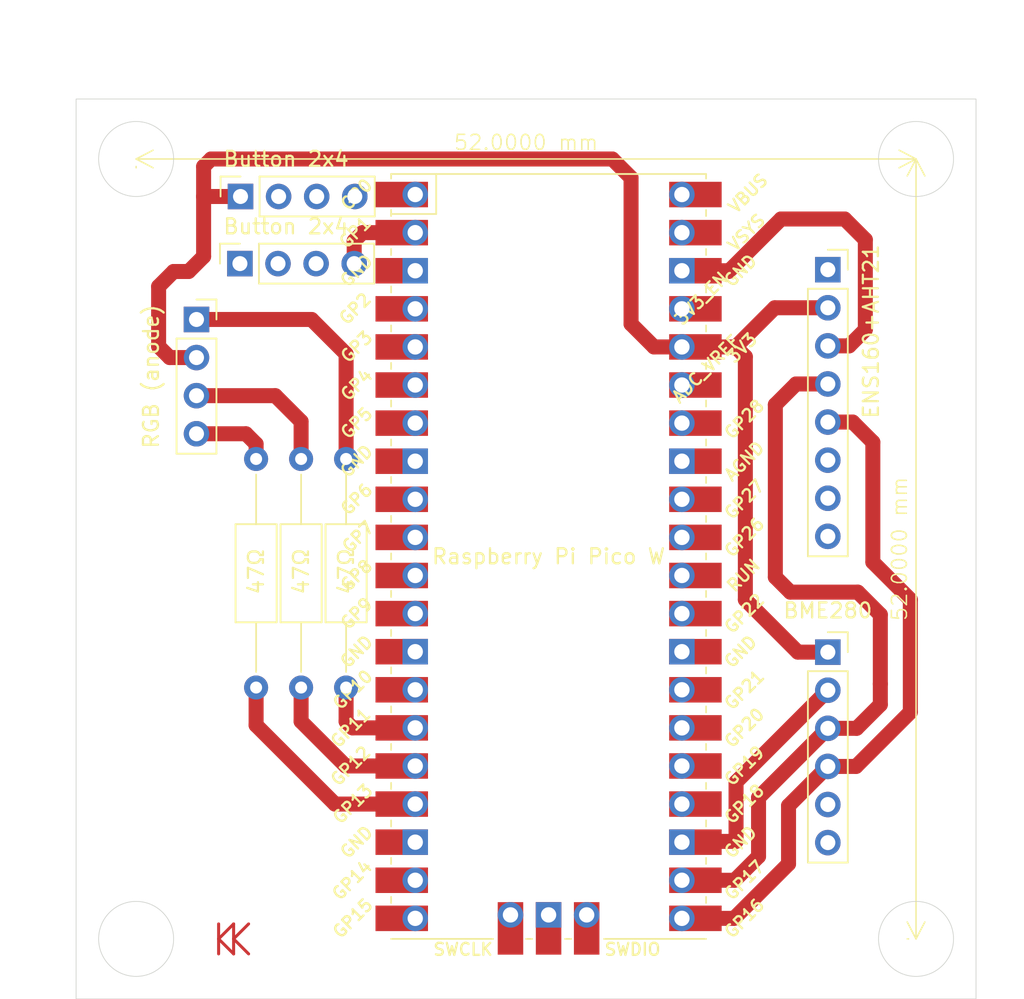
<source format=kicad_pcb>
(kicad_pcb (version 20240108) (generator "pcbnew") (generator_version "8.0")
  (layers (0 "F.Cu" signal) (31 "B.Cu" signal) (34 "B.Paste" user) (35 "F.Paste" user) (36 "B.SilkS" user "B.Silkscreen") (37 "F.SilkS" user "F.Silkscreen") (38 "B.Mask" user) (39 "F.Mask" user) (44 "Edge.Cuts" user))
  (net 0 "")
  (footprint "Connector_PinSocket_2.54mm:PinSocket_1x04_P2.54mm_Vertical" (layer "F.Cu") (at 121.92 82.475 90)
    (property "Reference" "Button 2x4" (at 2.475 3.08 0) (layer "F.SilkS"))
    (property "Value" "PinSocket_1x04_P2.54mm_Vertical")
    (fp_line (start 1.33 -1.33) (end 1.33 0) (stroke (width 0.12)) (layer "F.SilkS"))
    (fp_line (start 0 -1.33) (end 1.33 -1.33) (stroke (width 0.12)) (layer "F.SilkS"))
    (fp_line (start 1.33 1.27) (end 1.33 8.95) (stroke (width 0.12)) (layer "F.SilkS"))
    (fp_line (start -1.33 1.27) (end 1.33 1.27) (stroke (width 0.12)) (layer "F.SilkS"))
    (fp_line (start -1.33 1.27) (end -1.33 8.95) (stroke (width 0.12)) (layer "F.SilkS"))
    (fp_line (start -1.33 8.95) (end 1.33 8.95) (stroke (width 0.12)) (layer "F.SilkS"))
    (pad "1" thru_hole rect (at 0 0 90) (size 1.7 1.7) (drill 1) (layers "*.Cu" "*.Mask"))
    (pad "2" thru_hole oval (at 0 2.54 90) (size 1.7 1.7) (drill 1) (layers "*.Cu" "*.Mask"))
    (pad "3" thru_hole oval (at 0 5.08 90) (size 1.7 1.7) (drill 1) (layers "*.Cu" "*.Mask"))
    (pad "4" thru_hole oval (at 0 7.62 90) (size 1.7 1.7) (drill 1) (layers "*.Cu" "*.Mask"))
  )
  (footprint "Resistor_THT:R_Axial_DIN0207_L6.3mm_D2.5mm_P15.24mm_Horizontal" (layer "F.Cu") (at 129 95.5 -90)
    (property "Reference" "47Ω" (at 7.5 0 90) (layer "F.SilkS"))
    (property "Value" "R_Axial_DIN0207_L6.3mm_D2.5mm_P15.24mm_Horizontal")
    (fp_line (start 4.35 1.37) (end 10.89 1.37) (stroke (width 0.12)) (layer "F.SilkS"))
    (fp_line (start 10.89 1.37) (end 10.89 -1.37) (stroke (width 0.12)) (layer "F.SilkS"))
    (fp_line (start 1.04 0) (end 4.35 0) (stroke (width 0.12)) (layer "F.SilkS"))
    (fp_line (start 14.2 0) (end 10.89 0) (stroke (width 0.12)) (layer "F.SilkS"))
    (fp_line (start 4.35 -1.37) (end 4.35 1.37) (stroke (width 0.12)) (layer "F.SilkS"))
    (fp_line (start 10.89 -1.37) (end 4.35 -1.37) (stroke (width 0.12)) (layer "F.SilkS"))
    (pad "1" thru_hole circle (at 0 0 270) (size 1.6 1.6) (drill 0.8) (layers "*.Cu" "*.Mask"))
    (pad "2" thru_hole oval (at 15.24 0 270) (size 1.6 1.6) (drill 0.8) (layers "*.Cu" "*.Mask"))
  )
  (footprint "MCU_RaspberryPi_and_Boards:RPi_Pico_SMD_TH" (layer "F.Cu") (at 142.5 102)
    (property "Reference" "Raspberry Pi Pico W" (at 0 0 0) (layer "F.SilkS"))
    (property "Value" "RPi_Pico_SMD_TH")
    (fp_line (start -10.5 -25.5) (end -10.5 -25.2) (stroke (width 0.12)) (layer "F.SilkS"))
    (fp_line (start -10.5 -25.5) (end 10.5 -25.5) (stroke (width 0.12)) (layer "F.SilkS"))
    (fp_line (start -10.5 -23.1) (end -10.5 -22.7) (stroke (width 0.12)) (layer "F.SilkS"))
    (fp_line (start -10.5 -22.833) (end -7.493 -22.833) (stroke (width 0.12)) (layer "F.SilkS"))
    (fp_line (start -10.5 -20.5) (end -10.5 -20.1) (stroke (width 0.12)) (layer "F.SilkS"))
    (fp_line (start -10.5 -18) (end -10.5 -17.6) (stroke (width 0.12)) (layer "F.SilkS"))
    (fp_line (start -10.5 -15.4) (end -10.5 -15) (stroke (width 0.12)) (layer "F.SilkS"))
    (fp_line (start -10.5 -12.9) (end -10.5 -12.5) (stroke (width 0.12)) (layer "F.SilkS"))
    (fp_line (start -10.5 -10.4) (end -10.5 -10) (stroke (width 0.12)) (layer "F.SilkS"))
    (fp_line (start -10.5 -7.8) (end -10.5 -7.4) (stroke (width 0.12)) (layer "F.SilkS"))
    (fp_line (start -10.5 -5.3) (end -10.5 -4.9) (stroke (width 0.12)) (layer "F.SilkS"))
    (fp_line (start -10.5 -2.7) (end -10.5 -2.3) (stroke (width 0.12)) (layer "F.SilkS"))
    (fp_line (start -10.5 -0.2) (end -10.5 0.2) (stroke (width 0.12)) (layer "F.SilkS"))
    (fp_line (start -10.5 2.3) (end -10.5 2.7) (stroke (width 0.12)) (layer "F.SilkS"))
    (fp_line (start -10.5 4.9) (end -10.5 5.3) (stroke (width 0.12)) (layer "F.SilkS"))
    (fp_line (start -10.5 7.4) (end -10.5 7.8) (stroke (width 0.12)) (layer "F.SilkS"))
    (fp_line (start -10.5 10) (end -10.5 10.4) (stroke (width 0.12)) (layer "F.SilkS"))
    (fp_line (start -10.5 12.5) (end -10.5 12.9) (stroke (width 0.12)) (layer "F.SilkS"))
    (fp_line (start -10.5 15.1) (end -10.5 15.5) (stroke (width 0.12)) (layer "F.SilkS"))
    (fp_line (start -10.5 17.6) (end -10.5 18) (stroke (width 0.12)) (layer "F.SilkS"))
    (fp_line (start -10.5 20.1) (end -10.5 20.5) (stroke (width 0.12)) (layer "F.SilkS"))
    (fp_line (start -10.5 22.7) (end -10.5 23.1) (stroke (width 0.12)) (layer "F.SilkS"))
    (fp_line (start -7.493 -22.833) (end -7.493 -25.5) (stroke (width 0.12)) (layer "F.SilkS"))
    (fp_line (start -3.7 25.5) (end -10.5 25.5) (stroke (width 0.12)) (layer "F.SilkS"))
    (fp_line (start -1.5 25.5) (end -1.1 25.5) (stroke (width 0.12)) (layer "F.SilkS"))
    (fp_line (start 1.1 25.5) (end 1.5 25.5) (stroke (width 0.12)) (layer "F.SilkS"))
    (fp_line (start 10.5 -25.5) (end 10.5 -25.2) (stroke (width 0.12)) (layer "F.SilkS"))
    (fp_line (start 10.5 -23.1) (end 10.5 -22.7) (stroke (width 0.12)) (layer "F.SilkS"))
    (fp_line (start 10.5 -20.5) (end 10.5 -20.1) (stroke (width 0.12)) (layer "F.SilkS"))
    (fp_line (start 10.5 -18) (end 10.5 -17.6) (stroke (width 0.12)) (layer "F.SilkS"))
    (fp_line (start 10.5 -15.4) (end 10.5 -15) (stroke (width 0.12)) (layer "F.SilkS"))
    (fp_line (start 10.5 -12.9) (end 10.5 -12.5) (stroke (width 0.12)) (layer "F.SilkS"))
    (fp_line (start 10.5 -10.4) (end 10.5 -10) (stroke (width 0.12)) (layer "F.SilkS"))
    (fp_line (start 10.5 -7.8) (end 10.5 -7.4) (stroke (width 0.12)) (layer "F.SilkS"))
    (fp_line (start 10.5 -5.3) (end 10.5 -4.9) (stroke (width 0.12)) (layer "F.SilkS"))
    (fp_line (start 10.5 -2.7) (end 10.5 -2.3) (stroke (width 0.12)) (layer "F.SilkS"))
    (fp_line (start 10.5 -0.2) (end 10.5 0.2) (stroke (width 0.12)) (layer "F.SilkS"))
    (fp_line (start 10.5 2.3) (end 10.5 2.7) (stroke (width 0.12)) (layer "F.SilkS"))
    (fp_line (start 10.5 4.9) (end 10.5 5.3) (stroke (width 0.12)) (layer "F.SilkS"))
    (fp_line (start 10.5 7.4) (end 10.5 7.8) (stroke (width 0.12)) (layer "F.SilkS"))
    (fp_line (start 10.5 10) (end 10.5 10.4) (stroke (width 0.12)) (layer "F.SilkS"))
    (fp_line (start 10.5 12.5) (end 10.5 12.9) (stroke (width 0.12)) (layer "F.SilkS"))
    (fp_line (start 10.5 15.1) (end 10.5 15.5) (stroke (width 0.12)) (layer "F.SilkS"))
    (fp_line (start 10.5 17.6) (end 10.5 18) (stroke (width 0.12)) (layer "F.SilkS"))
    (fp_line (start 10.5 20.1) (end 10.5 20.5) (stroke (width 0.12)) (layer "F.SilkS"))
    (fp_line (start 10.5 22.7) (end 10.5 23.1) (stroke (width 0.12)) (layer "F.SilkS"))
    (fp_line (start 10.5 25.5) (end 3.7 25.5) (stroke (width 0.12)) (layer "F.SilkS"))
    (fp_text user "RUN" (at 13 1.27 45) (layer "F.SilkS") (effects (font (size 0.8 0.8))))
    (fp_text user "GND" (at -12.8 6.35 45) (layer "F.SilkS") (effects (font (size 0.8 0.8))))
    (fp_text user "GP2" (at -12.9 -16.51 45) (layer "F.SilkS") (effects (font (size 0.8 0.8))))
    (fp_text user "GP11" (at -13.2 11.43 45) (layer "F.SilkS") (effects (font (size 0.8 0.8))))
    (fp_text user "GP26" (at 13.054 -1.27 45) (layer "F.SilkS") (effects (font (size 0.8 0.8))))
    (fp_text user "GP21" (at 13.054 8.9 45) (layer "F.SilkS") (effects (font (size 0.8 0.8))))
    (fp_text user "GP22" (at 13.054 3.81 45) (layer "F.SilkS") (effects (font (size 0.8 0.8))))
    (fp_text user "VBUS" (at 13.3 -24.2 45) (layer "F.SilkS") (effects (font (size 0.8 0.8))))
    (fp_text user "GND" (at 12.8 -19.05 45) (layer "F.SilkS") (effects (font (size 0.8 0.8))))
    (fp_text user "VSYS" (at 13.2 -21.59 45) (layer "F.SilkS") (effects (font (size 0.8 0.8))))
    (fp_text user "GND" (at -12.8 -19.05 45) (layer "F.SilkS") (effects (font (size 0.8 0.8))))
    (fp_text user "GP10" (at -13.054 8.89 45) (layer "F.SilkS") (effects (font (size 0.8 0.8))))
    (fp_text user "GP6" (at -12.8 -3.81 45) (layer "F.SilkS") (effects (font (size 0.8 0.8))))
    (fp_text user "3V3" (at 12.9 -13.9 45) (layer "F.SilkS") (effects (font (size 0.8 0.8))))
    (fp_text user "GP0" (at -12.8 -24.13 45) (layer "F.SilkS") (effects (font (size 0.8 0.8))))
    (fp_text user "GND" (at -12.8 19.05 45) (layer "F.SilkS") (effects (font (size 0.8 0.8))))
    (fp_text user "GND" (at -12.8 -6.35 45) (layer "F.SilkS") (effects (font (size 0.8 0.8))))
    (fp_text user "3V3_EN" (at 10.2 -17.2 45) (layer "F.SilkS") (effects (font (size 0.8 0.8))))
    (fp_text user "GP28" (at 13.054 -9.144 45) (layer "F.SilkS") (effects (font (size 0.8 0.8))))
    (fp_text user "GP5" (at -12.8 -8.89 45) (layer "F.SilkS") (effects (font (size 0.8 0.8))))
    (fp_text user "GP14" (at -13.1 21.59 45) (layer "F.SilkS") (effects (font (size 0.8 0.8))))
    (fp_text user "GP3" (at -12.8 -13.97 45) (layer "F.SilkS") (effects (font (size 0.8 0.8))))
    (fp_text user "AGND" (at 13.054 -6.35 45) (layer "F.SilkS") (effects (font (size 0.8 0.8))))
    (fp_text user "GP13" (at -13.054 16.51 45) (layer "F.SilkS") (effects (font (size 0.8 0.8))))
    (fp_text user "GP8" (at -12.8 1.27 45) (layer "F.SilkS") (effects (font (size 0.8 0.8))))
    (fp_text user "GP1" (at -12.9 -21.6 45) (layer "F.SilkS") (effects (font (size 0.8 0.8))))
    (fp_text user "GP20" (at 13.054 11.43 45) (layer "F.SilkS") (effects (font (size 0.8 0.8))))
    (fp_text user "GP4" (at -12.8 -11.43 45) (layer "F.SilkS") (effects (font (size 0.8 0.8))))
    (fp_text user "SWCLK" (at -5.7 26.2 0) (layer "F.SilkS") (effects (font (size 0.8 0.8))))
    (fp_text user "GP9" (at -12.8 3.81 45) (layer "F.SilkS") (effects (font (size 0.8 0.8))))
    (fp_text user "GP15" (at -13.054 24.13 45) (layer "F.SilkS") (effects (font (size 0.8 0.8))))
    (fp_text user "GND" (at 12.8 6.35 45) (layer "F.SilkS") (effects (font (size 0.8 0.8))))
    (fp_text user "GP7" (at -12.7 -1.3 45) (layer "F.SilkS") (effects (font (size 0.8 0.8))))
    (fp_text user "SWDIO" (at 5.6 26.2 0) (layer "F.SilkS") (effects (font (size 0.8 0.8))))
    (fp_text user "GP27" (at 13.054 -3.8 45) (layer "F.SilkS") (effects (font (size 0.8 0.8))))
    (fp_text user "ADC_VREF" (at 10.5 -12.5 45) (layer "F.SilkS") (effects (font (size 0.8 0.8))))
    (fp_text user "GP12" (at -13.2 13.97 45) (layer "F.SilkS") (effects (font (size 0.8 0.8))))
    (pad "" np_thru_hole oval (at -2.725 -24) (size 1.8 1.8) (drill 1.8) (layers "*.Cu" "*.Mask"))
    (pad "" np_thru_hole oval (at -2.425 -20.97) (size 1.5 1.5) (drill 1.5) (layers "*.Cu" "*.Mask"))
    (pad "" np_thru_hole oval (at 2.425 -20.97) (size 1.5 1.5) (drill 1.5) (layers "*.Cu" "*.Mask"))
    (pad "" np_thru_hole oval (at 2.725 -24) (size 1.8 1.8) (drill 1.8) (layers "*.Cu" "*.Mask"))
    (pad "1" thru_hole oval (at -8.89 -24.13) (size 1.7 1.7) (drill 1.02) (layers "*.Cu" "*.Mask"))
    (pad "1" smd rect (at -8.89 -24.13) (size 3.5 1.7) (drill (offset -0.9 0)) (layers "F.Cu" "F.Mask"))
    (pad "2" thru_hole oval (at -8.89 -21.59) (size 1.7 1.7) (drill 1.02) (layers "*.Cu" "*.Mask"))
    (pad "2" smd rect (at -8.89 -21.59) (size 3.5 1.7) (drill (offset -0.9 0)) (layers "F.Cu" "F.Mask"))
    (pad "3" thru_hole rect (at -8.89 -19.05) (size 1.7 1.7) (drill 1.02) (layers "*.Cu" "*.Mask"))
    (pad "3" smd rect (at -8.89 -19.05) (size 3.5 1.7) (drill (offset -0.9 0)) (layers "F.Cu" "F.Mask"))
    (pad "4" thru_hole oval (at -8.89 -16.51) (size 1.7 1.7) (drill 1.02) (layers "*.Cu" "*.Mask"))
    (pad "4" smd rect (at -8.89 -16.51) (size 3.5 1.7) (drill (offset -0.9 0)) (layers "F.Cu" "F.Mask"))
    (pad "5" thru_hole oval (at -8.89 -13.97) (size 1.7 1.7) (drill 1.02) (layers "*.Cu" "*.Mask"))
    (pad "5" smd rect (at -8.89 -13.97) (size 3.5 1.7) (drill (offset -0.9 0)) (layers "F.Cu" "F.Mask"))
    (pad "6" thru_hole oval (at -8.89 -11.43) (size 1.7 1.7) (drill 1.02) (layers "*.Cu" "*.Mask"))
    (pad "6" smd rect (at -8.89 -11.43) (size 3.5 1.7) (drill (offset -0.9 0)) (layers "F.Cu" "F.Mask"))
    (pad "7" thru_hole oval (at -8.89 -8.89) (size 1.7 1.7) (drill 1.02) (layers "*.Cu" "*.Mask"))
    (pad "7" smd rect (at -8.89 -8.89) (size 3.5 1.7) (drill (offset -0.9 0)) (layers "F.Cu" "F.Mask"))
    (pad "8" thru_hole rect (at -8.89 -6.35) (size 1.7 1.7) (drill 1.02) (layers "*.Cu" "*.Mask"))
    (pad "8" smd rect (at -8.89 -6.35) (size 3.5 1.7) (drill (offset -0.9 0)) (layers "F.Cu" "F.Mask"))
    (pad "9" thru_hole oval (at -8.89 -3.81) (size 1.7 1.7) (drill 1.02) (layers "*.Cu" "*.Mask"))
    (pad "9" smd rect (at -8.89 -3.81) (size 3.5 1.7) (drill (offset -0.9 0)) (layers "F.Cu" "F.Mask"))
    (pad "10" thru_hole oval (at -8.89 -1.27) (size 1.7 1.7) (drill 1.02) (layers "*.Cu" "*.Mask"))
    (pad "10" smd rect (at -8.89 -1.27) (size 3.5 1.7) (drill (offset -0.9 0)) (layers "F.Cu" "F.Mask"))
    (pad "11" thru_hole oval (at -8.89 1.27) (size 1.7 1.7) (drill 1.02) (layers "*.Cu" "*.Mask"))
    (pad "11" smd rect (at -8.89 1.27) (size 3.5 1.7) (drill (offset -0.9 0)) (layers "F.Cu" "F.Mask"))
    (pad "12" thru_hole oval (at -8.89 3.81) (size 1.7 1.7) (drill 1.02) (layers "*.Cu" "*.Mask"))
    (pad "12" smd rect (at -8.89 3.81) (size 3.5 1.7) (drill (offset -0.9 0)) (layers "F.Cu" "F.Mask"))
    (pad "13" thru_hole rect (at -8.89 6.35) (size 1.7 1.7) (drill 1.02) (layers "*.Cu" "*.Mask"))
    (pad "13" smd rect (at -8.89 6.35) (size 3.5 1.7) (drill (offset -0.9 0)) (layers "F.Cu" "F.Mask"))
    (pad "14" thru_hole oval (at -8.89 8.89) (size 1.7 1.7) (drill 1.02) (layers "*.Cu" "*.Mask"))
    (pad "14" smd rect (at -8.89 8.89) (size 3.5 1.7) (drill (offset -0.9 0)) (layers "F.Cu" "F.Mask"))
    (pad "15" thru_hole oval (at -8.89 11.43) (size 1.7 1.7) (drill 1.02) (layers "*.Cu" "*.Mask"))
    (pad "15" smd rect (at -8.89 11.43) (size 3.5 1.7) (drill (offset -0.9 0)) (layers "F.Cu" "F.Mask"))
    (pad "16" thru_hole oval (at -8.89 13.97) (size 1.7 1.7) (drill 1.02) (layers "*.Cu" "*.Mask"))
    (pad "16" smd rect (at -8.89 13.97) (size 3.5 1.7) (drill (offset -0.9 0)) (layers "F.Cu" "F.Mask"))
    (pad "17" thru_hole oval (at -8.89 16.51) (size 1.7 1.7) (drill 1.02) (layers "*.Cu" "*.Mask"))
    (pad "17" smd rect (at -8.89 16.51) (size 3.5 1.7) (drill (offset -0.9 0)) (layers "F.Cu" "F.Mask"))
    (pad "18" thru_hole rect (at -8.89 19.05) (size 1.7 1.7) (drill 1.02) (layers "*.Cu" "*.Mask"))
    (pad "18" smd rect (at -8.89 19.05) (size 3.5 1.7) (drill (offset -0.9 0)) (layers "F.Cu" "F.Mask"))
    (pad "19" thru_hole oval (at -8.89 21.59) (size 1.7 1.7) (drill 1.02) (layers "*.Cu" "*.Mask"))
    (pad "19" smd rect (at -8.89 21.59) (size 3.5 1.7) (drill (offset -0.9 0)) (layers "F.Cu" "F.Mask"))
    (pad "20" thru_hole oval (at -8.89 24.13) (size 1.7 1.7) (drill 1.02) (layers "*.Cu" "*.Mask"))
    (pad "20" smd rect (at -8.89 24.13) (size 3.5 1.7) (drill (offset -0.9 0)) (layers "F.Cu" "F.Mask"))
    (pad "21" thru_hole oval (at 8.89 24.13) (size 1.7 1.7) (drill 1.02) (layers "*.Cu" "*.Mask"))
    (pad "21" smd rect (at 8.89 24.13) (size 3.5 1.7) (drill (offset 0.9 0)) (layers "F.Cu" "F.Mask"))
    (pad "22" thru_hole oval (at 8.89 21.59) (size 1.7 1.7) (drill 1.02) (layers "*.Cu" "*.Mask"))
    (pad "22" smd rect (at 8.89 21.59) (size 3.5 1.7) (drill (offset 0.9 0)) (layers "F.Cu" "F.Mask"))
    (pad "23" thru_hole rect (at 8.89 19.05) (size 1.7 1.7) (drill 1.02) (layers "*.Cu" "*.Mask"))
    (pad "23" smd rect (at 8.89 19.05) (size 3.5 1.7) (drill (offset 0.9 0)) (layers "F.Cu" "F.Mask"))
    (pad "24" thru_hole oval (at 8.89 16.51) (size 1.7 1.7) (drill 1.02) (layers "*.Cu" "*.Mask"))
    (pad "24" smd rect (at 8.89 16.51) (size 3.5 1.7) (drill (offset 0.9 0)) (layers "F.Cu" "F.Mask"))
    (pad "25" thru_hole oval (at 8.89 13.97) (size 1.7 1.7) (drill 1.02) (layers "*.Cu" "*.Mask"))
    (pad "25" smd rect (at 8.89 13.97) (size 3.5 1.7) (drill (offset 0.9 0)) (layers "F.Cu" "F.Mask"))
    (pad "26" thru_hole oval (at 8.89 11.43) (size 1.7 1.7) (drill 1.02) (layers "*.Cu" "*.Mask"))
    (pad "26" smd rect (at 8.89 11.43) (size 3.5 1.7) (drill (offset 0.9 0)) (layers "F.Cu" "F.Mask"))
    (pad "27" thru_hole oval (at 8.89 8.89) (size 1.7 1.7) (drill 1.02) (layers "*.Cu" "*.Mask"))
    (pad "27" smd rect (at 8.89 8.89) (size 3.5 1.7) (drill (offset 0.9 0)) (layers "F.Cu" "F.Mask"))
    (pad "28" thru_hole rect (at 8.89 6.35) (size 1.7 1.7) (drill 1.02) (layers "*.Cu" "*.Mask"))
    (pad "28" smd rect (at 8.89 6.35) (size 3.5 1.7) (drill (offset 0.9 0)) (layers "F.Cu" "F.Mask"))
    (pad "29" thru_hole oval (at 8.89 3.81) (size 1.7 1.7) (drill 1.02) (layers "*.Cu" "*.Mask"))
    (pad "29" smd rect (at 8.89 3.81) (size 3.5 1.7) (drill (offset 0.9 0)) (layers "F.Cu" "F.Mask"))
    (pad "30" thru_hole oval (at 8.89 1.27) (size 1.7 1.7) (drill 1.02) (layers "*.Cu" "*.Mask"))
    (pad "30" smd rect (at 8.89 1.27) (size 3.5 1.7) (drill (offset 0.9 0)) (layers "F.Cu" "F.Mask"))
    (pad "31" thru_hole oval (at 8.89 -1.27) (size 1.7 1.7) (drill 1.02) (layers "*.Cu" "*.Mask"))
    (pad "31" smd rect (at 8.89 -1.27) (size 3.5 1.7) (drill (offset 0.9 0)) (layers "F.Cu" "F.Mask"))
    (pad "32" thru_hole oval (at 8.89 -3.81) (size 1.7 1.7) (drill 1.02) (layers "*.Cu" "*.Mask"))
    (pad "32" smd rect (at 8.89 -3.81) (size 3.5 1.7) (drill (offset 0.9 0)) (layers "F.Cu" "F.Mask"))
    (pad "33" thru_hole rect (at 8.89 -6.35) (size 1.7 1.7) (drill 1.02) (layers "*.Cu" "*.Mask"))
    (pad "33" smd rect (at 8.89 -6.35) (size 3.5 1.7) (drill (offset 0.9 0)) (layers "F.Cu" "F.Mask"))
    (pad "34" thru_hole oval (at 8.89 -8.89) (size 1.7 1.7) (drill 1.02) (layers "*.Cu" "*.Mask"))
    (pad "34" smd rect (at 8.89 -8.89) (size 3.5 1.7) (drill (offset 0.9 0)) (layers "F.Cu" "F.Mask"))
    (pad "35" thru_hole oval (at 8.89 -11.43) (size 1.7 1.7) (drill 1.02) (layers "*.Cu" "*.Mask"))
    (pad "35" smd rect (at 8.89 -11.43) (size 3.5 1.7) (drill (offset 0.9 0)) (layers "F.Cu" "F.Mask"))
    (pad "36" thru_hole oval (at 8.89 -13.97) (size 1.7 1.7) (drill 1.02) (layers "*.Cu" "*.Mask"))
    (pad "36" smd rect (at 8.89 -13.97) (size 3.5 1.7) (drill (offset 0.9 0)) (layers "F.Cu" "F.Mask"))
    (pad "37" thru_hole oval (at 8.89 -16.51) (size 1.7 1.7) (drill 1.02) (layers "*.Cu" "*.Mask"))
    (pad "37" smd rect (at 8.89 -16.51) (size 3.5 1.7) (drill (offset 0.9 0)) (layers "F.Cu" "F.Mask"))
    (pad "38" thru_hole rect (at 8.89 -19.05) (size 1.7 1.7) (drill 1.02) (layers "*.Cu" "*.Mask"))
    (pad "38" smd rect (at 8.89 -19.05) (size 3.5 1.7) (drill (offset 0.9 0)) (layers "F.Cu" "F.Mask"))
    (pad "39" thru_hole oval (at 8.89 -21.59) (size 1.7 1.7) (drill 1.02) (layers "*.Cu" "*.Mask"))
    (pad "39" smd rect (at 8.89 -21.59) (size 3.5 1.7) (drill (offset 0.9 0)) (layers "F.Cu" "F.Mask"))
    (pad "40" thru_hole oval (at 8.89 -24.13) (size 1.7 1.7) (drill 1.02) (layers "*.Cu" "*.Mask"))
    (pad "40" smd rect (at 8.89 -24.13) (size 3.5 1.7) (drill (offset 0.9 0)) (layers "F.Cu" "F.Mask"))
    (pad "41" thru_hole oval (at -2.54 23.9) (size 1.7 1.7) (drill 1.02) (layers "*.Cu" "*.Mask"))
    (pad "41" smd rect (at -2.54 23.9 90) (size 3.5 1.7) (drill (offset -0.9 0)) (layers "F.Cu" "F.Mask"))
    (pad "42" thru_hole rect (at 0 23.9) (size 1.7 1.7) (drill 1.02) (layers "*.Cu" "*.Mask"))
    (pad "42" smd rect (at 0 23.9 90) (size 3.5 1.7) (drill (offset -0.9 0)) (layers "F.Cu" "F.Mask"))
    (pad "43" thru_hole oval (at 2.54 23.9) (size 1.7 1.7) (drill 1.02) (layers "*.Cu" "*.Mask"))
    (pad "43" smd rect (at 2.54 23.9 90) (size 3.5 1.7) (drill (offset -0.9 0)) (layers "F.Cu" "F.Mask"))
  )
  (footprint "Connector_PinSocket_2.54mm:PinSocket_1x04_P2.54mm_Vertical" (layer "F.Cu") (at 119.025 86.2)
    (property "Reference" "RGB (anode)" (at -3.025 3.8 -90) (layer "F.SilkS"))
    (property "Value" "PinSocket_1x04_P2.54mm_Vertical")
    (fp_line (start -1.33 1.27) (end -1.33 8.95) (stroke (width 0.12)) (layer "F.SilkS"))
    (fp_line (start -1.33 1.27) (end 1.33 1.27) (stroke (width 0.12)) (layer "F.SilkS"))
    (fp_line (start -1.33 8.95) (end 1.33 8.95) (stroke (width 0.12)) (layer "F.SilkS"))
    (fp_line (start 0 -1.33) (end 1.33 -1.33) (stroke (width 0.12)) (layer "F.SilkS"))
    (fp_line (start 1.33 -1.33) (end 1.33 0) (stroke (width 0.12)) (layer "F.SilkS"))
    (fp_line (start 1.33 1.27) (end 1.33 8.95) (stroke (width 0.12)) (layer "F.SilkS"))
    (pad "1" thru_hole rect (at 0 0) (size 1.7 1.7) (drill 1) (layers "*.Cu" "*.Mask"))
    (pad "2" thru_hole oval (at 0 2.54) (size 1.7 1.7) (drill 1) (layers "*.Cu" "*.Mask"))
    (pad "3" thru_hole oval (at 0 5.08) (size 1.7 1.7) (drill 1) (layers "*.Cu" "*.Mask"))
    (pad "4" thru_hole oval (at 0 7.62) (size 1.7 1.7) (drill 1) (layers "*.Cu" "*.Mask"))
  )
  (footprint "Resistor_THT:R_Axial_DIN0207_L6.3mm_D2.5mm_P15.24mm_Horizontal" (layer "F.Cu") (at 126 95.5 -90)
    (property "Reference" "47Ω" (at 7.5 0 90) (layer "F.SilkS"))
    (property "Value" "R_Axial_DIN0207_L6.3mm_D2.5mm_P15.24mm_Horizontal")
    (fp_line (start 4.35 1.37) (end 10.89 1.37) (stroke (width 0.12)) (layer "F.SilkS"))
    (fp_line (start 10.89 1.37) (end 10.89 -1.37) (stroke (width 0.12)) (layer "F.SilkS"))
    (fp_line (start 1.04 0) (end 4.35 0) (stroke (width 0.12)) (layer "F.SilkS"))
    (fp_line (start 14.2 0) (end 10.89 0) (stroke (width 0.12)) (layer "F.SilkS"))
    (fp_line (start 4.35 -1.37) (end 4.35 1.37) (stroke (width 0.12)) (layer "F.SilkS"))
    (fp_line (start 10.89 -1.37) (end 4.35 -1.37) (stroke (width 0.12)) (layer "F.SilkS"))
    (pad "1" thru_hole circle (at 0 0 270) (size 1.6 1.6) (drill 0.8) (layers "*.Cu" "*.Mask"))
    (pad "2" thru_hole oval (at 15.24 0 270) (size 1.6 1.6) (drill 0.8) (layers "*.Cu" "*.Mask"))
  )
  (footprint "Connector_PinSocket_2.54mm:PinSocket_1x04_P2.54mm_Vertical" (layer "F.Cu") (at 121.96 78 90)
    (property "Reference" "Button 2x4" (at 2.5 3.04 180) (layer "F.SilkS"))
    (property "Value" "PinSocket_1x04_P2.54mm_Vertical")
    (fp_line (start 1.33 -1.33) (end 1.33 0) (stroke (width 0.12)) (layer "F.SilkS"))
    (fp_line (start 0 -1.33) (end 1.33 -1.33) (stroke (width 0.12)) (layer "F.SilkS"))
    (fp_line (start 1.33 1.27) (end 1.33 8.95) (stroke (width 0.12)) (layer "F.SilkS"))
    (fp_line (start -1.33 1.27) (end 1.33 1.27) (stroke (width 0.12)) (layer "F.SilkS"))
    (fp_line (start -1.33 1.27) (end -1.33 8.95) (stroke (width 0.12)) (layer "F.SilkS"))
    (fp_line (start -1.33 8.95) (end 1.33 8.95) (stroke (width 0.12)) (layer "F.SilkS"))
    (pad "1" thru_hole rect (at 0 0 90) (size 1.7 1.7) (drill 1) (layers "*.Cu" "*.Mask"))
    (pad "2" thru_hole oval (at 0 2.54 90) (size 1.7 1.7) (drill 1) (layers "*.Cu" "*.Mask"))
    (pad "3" thru_hole oval (at 0 5.08 90) (size 1.7 1.7) (drill 1) (layers "*.Cu" "*.Mask"))
    (pad "4" thru_hole oval (at 0 7.62 90) (size 1.7 1.7) (drill 1) (layers "*.Cu" "*.Mask"))
  )
  (footprint "Connector_PinSocket_2.54mm:PinSocket_1x08_P2.54mm_Vertical" (layer "F.Cu") (at 161.12 82.88)
    (property "Reference" "ENS160+AHT21" (at 2.88 4.12 90) (layer "F.SilkS"))
    (property "Value" "PinSocket_1x08_P2.54mm_Vertical")
    (fp_line (start -1.33 1.27) (end -1.33 19.11) (stroke (width 0.12)) (layer "F.SilkS"))
    (fp_line (start -1.33 1.27) (end 1.33 1.27) (stroke (width 0.12)) (layer "F.SilkS"))
    (fp_line (start -1.33 19.11) (end 1.33 19.11) (stroke (width 0.12)) (layer "F.SilkS"))
    (fp_line (start 0 -1.33) (end 1.33 -1.33) (stroke (width 0.12)) (layer "F.SilkS"))
    (fp_line (start 1.33 -1.33) (end 1.33 0) (stroke (width 0.12)) (layer "F.SilkS"))
    (fp_line (start 1.33 1.27) (end 1.33 19.11) (stroke (width 0.12)) (layer "F.SilkS"))
    (pad "1" thru_hole rect (at 0 0) (size 1.7 1.7) (drill 1) (layers "*.Cu" "*.Mask"))
    (pad "2" thru_hole oval (at 0 2.54) (size 1.7 1.7) (drill 1) (layers "*.Cu" "*.Mask"))
    (pad "3" thru_hole oval (at 0 5.08) (size 1.7 1.7) (drill 1) (layers "*.Cu" "*.Mask"))
    (pad "4" thru_hole oval (at 0 7.62) (size 1.7 1.7) (drill 1) (layers "*.Cu" "*.Mask"))
    (pad "5" thru_hole oval (at 0 10.16) (size 1.7 1.7) (drill 1) (layers "*.Cu" "*.Mask"))
    (pad "6" thru_hole oval (at 0 12.7) (size 1.7 1.7) (drill 1) (layers "*.Cu" "*.Mask"))
    (pad "7" thru_hole oval (at 0 15.24) (size 1.7 1.7) (drill 1) (layers "*.Cu" "*.Mask"))
    (pad "8" thru_hole oval (at 0 17.78) (size 1.7 1.7) (drill 1) (layers "*.Cu" "*.Mask"))
  )
  (footprint "Connector_PinSocket_2.54mm:PinSocket_1x06_P2.54mm_Vertical" (layer "F.Cu") (at 161.12 108.38)
    (property "Reference" "BME280" (at 0 -2.77 0) (layer "F.SilkS"))
    (property "Value" "PinSocket_1x06_P2.54mm_Vertical")
    (fp_line (start -1.33 1.27) (end -1.33 14.03) (stroke (width 0.12)) (layer "F.SilkS"))
    (fp_line (start -1.33 1.27) (end 1.33 1.27) (stroke (width 0.12)) (layer "F.SilkS"))
    (fp_line (start -1.33 14.03) (end 1.33 14.03) (stroke (width 0.12)) (layer "F.SilkS"))
    (fp_line (start 0 -1.33) (end 1.33 -1.33) (stroke (width 0.12)) (layer "F.SilkS"))
    (fp_line (start 1.33 -1.33) (end 1.33 0) (stroke (width 0.12)) (layer "F.SilkS"))
    (fp_line (start 1.33 1.27) (end 1.33 14.03) (stroke (width 0.12)) (layer "F.SilkS"))
    (pad "1" thru_hole rect (at 0 0) (size 1.7 1.7) (drill 1) (layers "*.Cu" "*.Mask"))
    (pad "2" thru_hole oval (at 0 2.54) (size 1.7 1.7) (drill 1) (layers "*.Cu" "*.Mask"))
    (pad "3" thru_hole oval (at 0 5.08) (size 1.7 1.7) (drill 1) (layers "*.Cu" "*.Mask"))
    (pad "4" thru_hole oval (at 0 7.62) (size 1.7 1.7) (drill 1) (layers "*.Cu" "*.Mask"))
    (pad "5" thru_hole oval (at 0 10.16) (size 1.7 1.7) (drill 1) (layers "*.Cu" "*.Mask"))
    (pad "6" thru_hole oval (at 0 12.7) (size 1.7 1.7) (drill 1) (layers "*.Cu" "*.Mask"))
  )
  (footprint "Resistor_THT:R_Axial_DIN0207_L6.3mm_D2.5mm_P15.24mm_Horizontal" (layer "F.Cu") (at 123 95.5 -90)
    (property "Reference" "47Ω" (at 7.5 0 90) (layer "F.SilkS"))
    (property "Value" "R_Axial_DIN0207_L6.3mm_D2.5mm_P15.24mm_Horizontal")
    (fp_line (start 4.35 1.37) (end 10.89 1.37) (stroke (width 0.12)) (layer "F.SilkS"))
    (fp_line (start 10.89 1.37) (end 10.89 -1.37) (stroke (width 0.12)) (layer "F.SilkS"))
    (fp_line (start 1.04 0) (end 4.35 0) (stroke (width 0.12)) (layer "F.SilkS"))
    (fp_line (start 14.2 0) (end 10.89 0) (stroke (width 0.12)) (layer "F.SilkS"))
    (fp_line (start 4.35 -1.37) (end 4.35 1.37) (stroke (width 0.12)) (layer "F.SilkS"))
    (fp_line (start 10.89 -1.37) (end 4.35 -1.37) (stroke (width 0.12)) (layer "F.SilkS"))
    (pad "1" thru_hole circle (at 0 0 270) (size 1.6 1.6) (drill 0.8) (layers "*.Cu" "*.Mask"))
    (pad "2" thru_hole oval (at 15.24 0 270) (size 1.6 1.6) (drill 0.8) (layers "*.Cu" "*.Mask"))
  )
  (gr_circle (center 167 127.5) (end 165 126) (stroke (width 0.05)) (fill none) (layer "Edge.Cuts"))
  (gr_circle (center 167 75.5) (end 165.5 77.5) (stroke (width 0.05)) (fill none) (layer "Edge.Cuts"))
  (gr_circle (center 115 75.5) (end 113.5 73.5) (stroke (width 0.05)) (fill none) (layer "Edge.Cuts"))
  (gr_rect (start 111 71.5) (end 171 131.5) (stroke (width 0.05)) (fill none) (layer "Edge.Cuts"))
  (gr_circle (center 115 127.5) (end 117 126) (stroke (width 0.05)) (fill none) (layer "Edge.Cuts"))
  (gr_text "GP19" (at 155.554 115.97 45) (layer "F.SilkS") (effects (font (size 0.8 0.8))))
  (gr_text "GND" (at 155.3 121.05 45) (layer "F.SilkS") (effects (font (size 0.8 0.8))))
  (gr_text "GP17" (at 155.554 123.59 45) (layer "F.SilkS") (effects (font (size 0.8 0.8))))
  (gr_text "GP18" (at 155.554 118.51 45) (layer "F.SilkS") (effects (font (size 0.8 0.8))))
  (gr_text "GP16" (at 155.554 126.13 45) (layer "F.SilkS") (effects (font (size 0.8 0.8))))
  (dimension (type aligned) (layer "F.SilkS") (pts (xy 167 75.5) (xy 115 75.5)) (height 0) (gr_text "52.0000 mm" (at 141 74.4 0) (layer "F.SilkS") (effects (font (size 1 1) (thickness 0.1)))) (format (prefix "") (suffix "") (units 3) (units_format 1) (precision 4)) (style (thickness 0.1) (arrow_length 1.27) (text_position_mode 0) (extension_height 0.58642) (extension_offset 0.5) keep_text_aligned))
  (dimension (type aligned) (layer "F.SilkS") (pts (xy 167 127.5) (xy 167 75.5)) (height 0) (gr_text "52.0000 mm" (at 165.9 101.5 90) (layer "F.SilkS") (effects (font (size 1 1) (thickness 0.1)))) (format (prefix "") (suffix "") (units 3) (units_format 1) (precision 4)) (style (thickness 0.1) (arrow_length 1.27) (text_position_mode 0) (extension_height 0.58642) (extension_offset 0.5) keep_text_aligned))
  (segment (start 129.43 113.43) (end 129 113) (width 1) (layer "F.Cu") (net 0))
  (segment (start 120 75.5) (end 119.5 76) (width 1) (layer "F.Cu") (net 0))
  (segment (start 161.12 87.96) (end 162.54 87.96) (width 1) (layer "F.Cu") (net 0))
  (segment (start 163.62 86.88) (end 163.62 80.88) (width 1) (layer "F.Cu") (net 0))
  (segment (start 161.12 113.46) (end 163.04 113.46) (width 1) (layer "F.Cu") (net 0))
  (segment (start 126 113) (end 126 110.74) (width 1) (layer "F.Cu") (net 0))
  (segment (start 163.62 80.88) (end 162.24 79.5) (width 1) (layer "F.Cu") (net 0))
  (segment (start 163 116) (end 166.62 112.38) (width 1) (layer "F.Cu") (net 0))
  (segment (start 133.61 113.43) (end 129.43 113.43) (width 1) (layer "F.Cu") (net 0))
  (segment (start 119.025 86.2) (end 126.7 86.2) (width 1) (layer "F.Cu") (net 0))
  (segment (start 151.44 121) (end 151.39 121.05) (width 1) (layer "F.Cu") (net 0))
  (segment (start 148 86.5) (end 148 76.75) (width 1) (layer "F.Cu") (net 0))
  (segment (start 119.5 78) (end 121.96 78) (width 1) (layer "F.Cu") (net 0))
  (segment (start 133.61 118.51) (end 128.26 118.51) (width 1) (layer "F.Cu") (net 0))
  (segment (start 154.97 88.03) (end 157.58 85.42) (width 1) (layer "F.Cu") (net 0))
  (segment (start 159.12 108.38) (end 161.12 108.38) (width 1) (layer "F.Cu") (net 0))
  (segment (start 161.12 113.46) (end 156.5 118.08) (width 1) (layer "F.Cu") (net 0))
  (segment (start 116.5 84) (end 116.5 88) (width 1) (layer "F.Cu") (net 0))
  (segment (start 148 76.75) (end 146.75 75.5) (width 1) (layer "F.Cu") (net 0))
  (segment (start 166.62 112.38) (end 166.62 104.88) (width 1) (layer "F.Cu") (net 0))
  (segment (start 119.5 76) (end 119.5 78) (width 1) (layer "F.Cu") (net 0))
  (segment (start 128.97 115.97) (end 126 113) (width 1) (layer "F.Cu") (net 0))
  (segment (start 158 79.5) (end 154.5 83) (width 1) (layer "F.Cu") (net 0))
  (segment (start 130.09 80.41) (end 129.54 80.96) (width 1) (layer "F.Cu") (net 0))
  (segment (start 162.24 79.5) (end 158 79.5) (width 1) (layer "F.Cu") (net 0))
  (segment (start 117.24 88.74) (end 119.025 88.74) (width 1) (layer "F.Cu") (net 0))
  (segment (start 126 93) (end 126 95.5) (width 1) (layer "F.Cu") (net 0))
  (segment (start 129.54 80.96) (end 129.54 82.475) (width 1) (layer "F.Cu") (net 0))
  (segment (start 120.5 128.5) (end 120.5 127.5) (width 0.2) (layer "F.Cu") (net 0))
  (segment (start 121.5 128.5) (end 120.5 127.5) (width 0.2) (layer "F.Cu") (net 0))
  (segment (start 129 88.5) (end 129 95.5) (width 1) (layer "F.Cu") (net 0))
  (segment (start 161.12 110.92) (end 155 117.04) (width 1) (layer "F.Cu") (net 0))
  (segment (start 161.12 116) (end 158.5 118.62) (width 1) (layer "F.Cu") (net 0))
  (segment (start 129 113) (end 129 110.74) (width 1) (layer "F.Cu") (net 0))
  (segment (start 121.5 127.5) (end 122.5 126.5) (width 0.2) (layer "F.Cu") (net 0))
  (segment (start 154.87 126.13) (end 151.39 126.13) (width 1) (layer "F.Cu") (net 0))
  (segment (start 164.62 111.88) (end 164.62 110.5) (width 1) (layer "F.Cu") (net 0))
  (segment (start 133.61 115.97) (end 128.97 115.97) (width 1) (layer "F.Cu") (net 0))
  (segment (start 116.5 88) (end 117.24 88.74) (width 1) (layer "F.Cu") (net 0))
  (segment (start 158.5 118.62) (end 158.5 122.5) (width 1) (layer "F.Cu") (net 0))
  (segment (start 151.39 88.03) (end 154.97 88.03) (width 1) (layer "F.Cu") (net 0))
  (segment (start 163.04 113.46) (end 164.62 111.88) (width 1) (layer "F.Cu") (net 0))
  (segment (start 156.5 118.08) (end 156.5 122) (width 1) (layer "F.Cu") (net 0))
  (segment (start 154.45 82.95) (end 151.39 82.95) (width 1) (layer "F.Cu") (net 0))
  (segment (start 154.5 83) (end 154.45 82.95) (width 1) (layer "F.Cu") (net 0))
  (segment (start 128.26 118.51) (end 123 113.25) (width 1) (layer "F.Cu") (net 0))
  (segment (start 121.5 126.5) (end 120.5 127.5) (width 0.2) (layer "F.Cu") (net 0))
  (segment (start 155 121) (end 151.44 121) (width 1) (layer "F.Cu") (net 0))
  (segment (start 154.91 123.59) (end 151.39 123.59) (width 1) (layer "F.Cu") (net 0))
  (segment (start 158.5 122.5) (end 154.87 126.13) (width 1) (layer "F.Cu") (net 0))
  (segment (start 164.12 94.38) (end 162.78 93.04) (width 1) (layer "F.Cu") (net 0))
  (segment (start 149.53 88.03) (end 148 86.5) (width 1) (layer "F.Cu") (net 0))
  (segment (start 155 117.04) (end 155 121) (width 1) (layer "F.Cu") (net 0))
  (segment (start 122.5 128.5) (end 121.5 127.5) (width 0.2) (layer "F.Cu") (net 0))
  (segment (start 151.39 88.03) (end 149.53 88.03) (width 1) (layer "F.Cu") (net 0))
  (segment (start 157.62 91.88) (end 159 90.5) (width 1) (layer "F.Cu") (net 0))
  (segment (start 164.12 102.38) (end 164.12 94.38) (width 1) (layer "F.Cu") (net 0))
  (segment (start 119.025 91.28) (end 124.28 91.28) (width 1) (layer "F.Cu") (net 0))
  (segment (start 155.62 104.88) (end 159.12 108.38) (width 1) (layer "F.Cu") (net 0))
  (segment (start 161.12 116) (end 163 116) (width 1) (layer "F.Cu") (net 0))
  (segment (start 133.61 80.41) (end 130.09 80.41) (width 1) (layer "F.Cu") (net 0))
  (segment (start 119.5 78) (end 119.5 82) (width 1) (layer "F.Cu") (net 0))
  (segment (start 156.5 122) (end 154.91 123.59) (width 1) (layer "F.Cu") (net 0))
  (segment (start 123 95.5) (end 123 94.5) (width 1) (layer "F.Cu") (net 0))
  (segment (start 123 94.5) (end 122.32 93.82) (width 1) (layer "F.Cu") (net 0))
  (segment (start 157.58 85.42) (end 161.12 85.42) (width 1) (layer "F.Cu") (net 0))
  (segment (start 164.62 105.88) (end 163.12 104.38) (width 1) (layer "F.Cu") (net 0))
  (segment (start 126.7 86.2) (end 129 88.5) (width 1) (layer "F.Cu") (net 0))
  (segment (start 118.5 83) (end 117.5 83) (width 1) (layer "F.Cu") (net 0))
  (segment (start 121.5 126.5) (end 121.5 127.5) (width 0.2) (layer "F.Cu") (net 0))
  (segment (start 166.62 104.88) (end 164.12 102.38) (width 1) (layer "F.Cu") (net 0))
  (segment (start 123 113.25) (end 123 110.74) (width 1) (layer "F.Cu") (net 0))
  (segment (start 164.62 110.5) (end 164.62 105.88) (width 1) (layer "F.Cu") (net 0))
  (segment (start 158.62 104.38) (end 157.62 103.38) (width 1) (layer "F.Cu") (net 0))
  (segment (start 162.54 87.96) (end 163.62 86.88) (width 1) (layer "F.Cu") (net 0))
  (segment (start 157.62 103.38) (end 157.62 91.88) (width 1) (layer "F.Cu") (net 0))
  (segment (start 133.5 75.5) (end 120 75.5) (width 1) (layer "F.Cu") (net 0))
  (segment (start 155.62 88.68) (end 154.97 88.03) (width 1) (layer "F.Cu") (net 0))
  (segment (start 163.12 104.38) (end 158.62 104.38) (width 1) (layer "F.Cu") (net 0))
  (segment (start 117.5 83) (end 116.5 84) (width 1) (layer "F.Cu") (net 0))
  (segment (start 119.5 82) (end 118.5 83) (width 1) (layer "F.Cu") (net 0))
  (segment (start 146.75 75.5) (end 133.5 75.5) (width 1) (layer "F.Cu") (net 0))
  (segment (start 121.5 127.5) (end 121.5 128.5) (width 0.2) (layer "F.Cu") (net 0))
  (segment (start 122.32 93.82) (end 119.025 93.82) (width 1) (layer "F.Cu") (net 0))
  (segment (start 124.28 91.28) (end 126 93) (width 1) (layer "F.Cu") (net 0))
  (segment (start 159 90.5) (end 161.12 90.5) (width 1) (layer "F.Cu") (net 0))
  (segment (start 155.62 104.88) (end 155.62 88.68) (width 1) (layer "F.Cu") (net 0))
  (segment (start 162.78 93.04) (end 161.12 93.04) (width 1) (layer "F.Cu") (net 0))
  (segment (start 120.5 127.5) (end 120.5 126.5) (width 0.2) (layer "F.Cu") (net 0))
)
</source>
